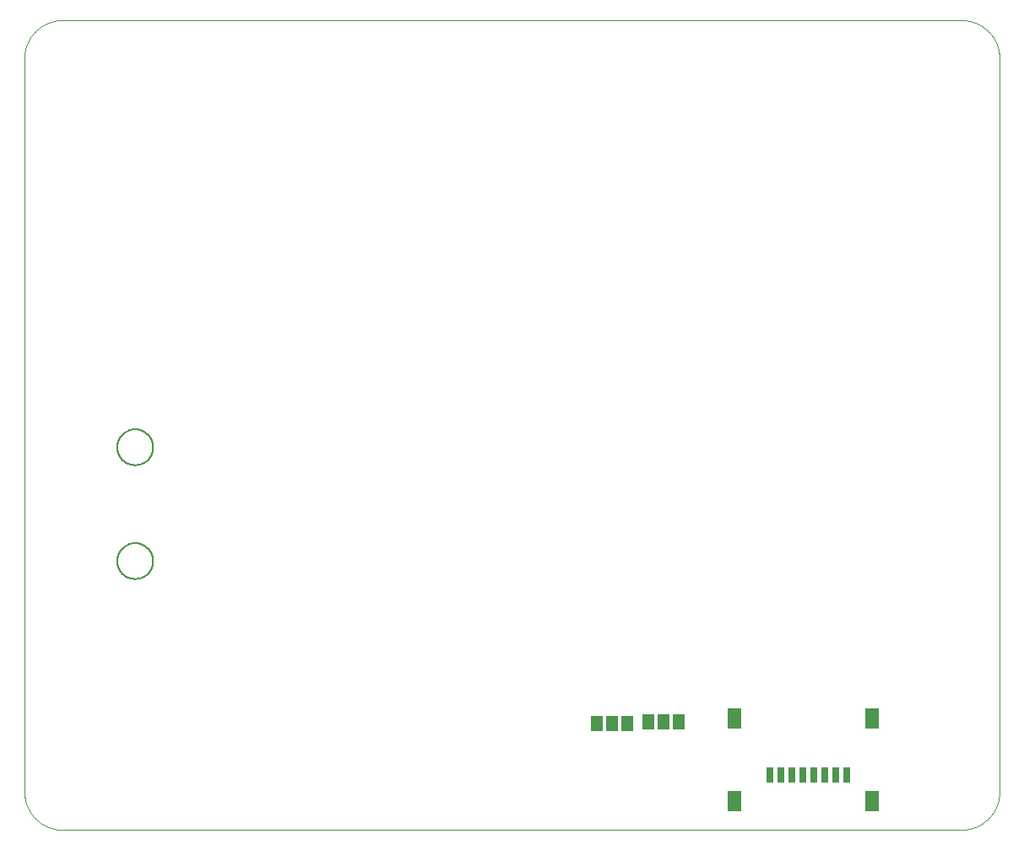
<source format=gbp>
G75*
%MOIN*%
%OFA0B0*%
%FSLAX25Y25*%
%IPPOS*%
%LPD*%
%AMOC8*
5,1,8,0,0,1.08239X$1,22.5*
%
%ADD10C,0.00000*%
%ADD11R,0.03150X0.05906*%
%ADD12R,0.05709X0.07874*%
%ADD13R,0.04600X0.06300*%
%ADD14C,0.00500*%
D10*
X0017225Y0002026D02*
X0372225Y0002026D01*
X0372587Y0002030D01*
X0372950Y0002044D01*
X0373312Y0002065D01*
X0373673Y0002096D01*
X0374033Y0002135D01*
X0374392Y0002183D01*
X0374750Y0002240D01*
X0375107Y0002305D01*
X0375462Y0002379D01*
X0375815Y0002462D01*
X0376166Y0002553D01*
X0376514Y0002652D01*
X0376860Y0002760D01*
X0377204Y0002876D01*
X0377544Y0003001D01*
X0377881Y0003133D01*
X0378215Y0003274D01*
X0378546Y0003423D01*
X0378873Y0003580D01*
X0379196Y0003744D01*
X0379515Y0003916D01*
X0379829Y0004096D01*
X0380140Y0004284D01*
X0380445Y0004479D01*
X0380746Y0004681D01*
X0381042Y0004891D01*
X0381332Y0005107D01*
X0381618Y0005331D01*
X0381898Y0005561D01*
X0382172Y0005798D01*
X0382440Y0006042D01*
X0382703Y0006292D01*
X0382959Y0006548D01*
X0383209Y0006811D01*
X0383453Y0007079D01*
X0383690Y0007353D01*
X0383920Y0007633D01*
X0384144Y0007919D01*
X0384360Y0008209D01*
X0384570Y0008505D01*
X0384772Y0008806D01*
X0384967Y0009111D01*
X0385155Y0009422D01*
X0385335Y0009736D01*
X0385507Y0010055D01*
X0385671Y0010378D01*
X0385828Y0010705D01*
X0385977Y0011036D01*
X0386118Y0011370D01*
X0386250Y0011707D01*
X0386375Y0012047D01*
X0386491Y0012391D01*
X0386599Y0012737D01*
X0386698Y0013085D01*
X0386789Y0013436D01*
X0386872Y0013789D01*
X0386946Y0014144D01*
X0387011Y0014501D01*
X0387068Y0014859D01*
X0387116Y0015218D01*
X0387155Y0015578D01*
X0387186Y0015939D01*
X0387207Y0016301D01*
X0387221Y0016664D01*
X0387225Y0017026D01*
X0387225Y0307026D01*
X0387221Y0307388D01*
X0387207Y0307751D01*
X0387186Y0308113D01*
X0387155Y0308474D01*
X0387116Y0308834D01*
X0387068Y0309193D01*
X0387011Y0309551D01*
X0386946Y0309908D01*
X0386872Y0310263D01*
X0386789Y0310616D01*
X0386698Y0310967D01*
X0386599Y0311315D01*
X0386491Y0311661D01*
X0386375Y0312005D01*
X0386250Y0312345D01*
X0386118Y0312682D01*
X0385977Y0313016D01*
X0385828Y0313347D01*
X0385671Y0313674D01*
X0385507Y0313997D01*
X0385335Y0314316D01*
X0385155Y0314630D01*
X0384967Y0314941D01*
X0384772Y0315246D01*
X0384570Y0315547D01*
X0384360Y0315843D01*
X0384144Y0316133D01*
X0383920Y0316419D01*
X0383690Y0316699D01*
X0383453Y0316973D01*
X0383209Y0317241D01*
X0382959Y0317504D01*
X0382703Y0317760D01*
X0382440Y0318010D01*
X0382172Y0318254D01*
X0381898Y0318491D01*
X0381618Y0318721D01*
X0381332Y0318945D01*
X0381042Y0319161D01*
X0380746Y0319371D01*
X0380445Y0319573D01*
X0380140Y0319768D01*
X0379829Y0319956D01*
X0379515Y0320136D01*
X0379196Y0320308D01*
X0378873Y0320472D01*
X0378546Y0320629D01*
X0378215Y0320778D01*
X0377881Y0320919D01*
X0377544Y0321051D01*
X0377204Y0321176D01*
X0376860Y0321292D01*
X0376514Y0321400D01*
X0376166Y0321499D01*
X0375815Y0321590D01*
X0375462Y0321673D01*
X0375107Y0321747D01*
X0374750Y0321812D01*
X0374392Y0321869D01*
X0374033Y0321917D01*
X0373673Y0321956D01*
X0373312Y0321987D01*
X0372950Y0322008D01*
X0372587Y0322022D01*
X0372225Y0322026D01*
X0017225Y0322026D01*
X0016863Y0322022D01*
X0016500Y0322008D01*
X0016138Y0321987D01*
X0015777Y0321956D01*
X0015417Y0321917D01*
X0015058Y0321869D01*
X0014700Y0321812D01*
X0014343Y0321747D01*
X0013988Y0321673D01*
X0013635Y0321590D01*
X0013284Y0321499D01*
X0012936Y0321400D01*
X0012590Y0321292D01*
X0012246Y0321176D01*
X0011906Y0321051D01*
X0011569Y0320919D01*
X0011235Y0320778D01*
X0010904Y0320629D01*
X0010577Y0320472D01*
X0010254Y0320308D01*
X0009935Y0320136D01*
X0009621Y0319956D01*
X0009310Y0319768D01*
X0009005Y0319573D01*
X0008704Y0319371D01*
X0008408Y0319161D01*
X0008118Y0318945D01*
X0007832Y0318721D01*
X0007552Y0318491D01*
X0007278Y0318254D01*
X0007010Y0318010D01*
X0006747Y0317760D01*
X0006491Y0317504D01*
X0006241Y0317241D01*
X0005997Y0316973D01*
X0005760Y0316699D01*
X0005530Y0316419D01*
X0005306Y0316133D01*
X0005090Y0315843D01*
X0004880Y0315547D01*
X0004678Y0315246D01*
X0004483Y0314941D01*
X0004295Y0314630D01*
X0004115Y0314316D01*
X0003943Y0313997D01*
X0003779Y0313674D01*
X0003622Y0313347D01*
X0003473Y0313016D01*
X0003332Y0312682D01*
X0003200Y0312345D01*
X0003075Y0312005D01*
X0002959Y0311661D01*
X0002851Y0311315D01*
X0002752Y0310967D01*
X0002661Y0310616D01*
X0002578Y0310263D01*
X0002504Y0309908D01*
X0002439Y0309551D01*
X0002382Y0309193D01*
X0002334Y0308834D01*
X0002295Y0308474D01*
X0002264Y0308113D01*
X0002243Y0307751D01*
X0002229Y0307388D01*
X0002225Y0307026D01*
X0002225Y0017026D01*
X0002229Y0016664D01*
X0002243Y0016301D01*
X0002264Y0015939D01*
X0002295Y0015578D01*
X0002334Y0015218D01*
X0002382Y0014859D01*
X0002439Y0014501D01*
X0002504Y0014144D01*
X0002578Y0013789D01*
X0002661Y0013436D01*
X0002752Y0013085D01*
X0002851Y0012737D01*
X0002959Y0012391D01*
X0003075Y0012047D01*
X0003200Y0011707D01*
X0003332Y0011370D01*
X0003473Y0011036D01*
X0003622Y0010705D01*
X0003779Y0010378D01*
X0003943Y0010055D01*
X0004115Y0009736D01*
X0004295Y0009422D01*
X0004483Y0009111D01*
X0004678Y0008806D01*
X0004880Y0008505D01*
X0005090Y0008209D01*
X0005306Y0007919D01*
X0005530Y0007633D01*
X0005760Y0007353D01*
X0005997Y0007079D01*
X0006241Y0006811D01*
X0006491Y0006548D01*
X0006747Y0006292D01*
X0007010Y0006042D01*
X0007278Y0005798D01*
X0007552Y0005561D01*
X0007832Y0005331D01*
X0008118Y0005107D01*
X0008408Y0004891D01*
X0008704Y0004681D01*
X0009005Y0004479D01*
X0009310Y0004284D01*
X0009621Y0004096D01*
X0009935Y0003916D01*
X0010254Y0003744D01*
X0010577Y0003580D01*
X0010904Y0003423D01*
X0011235Y0003274D01*
X0011569Y0003133D01*
X0011906Y0003001D01*
X0012246Y0002876D01*
X0012590Y0002760D01*
X0012936Y0002652D01*
X0013284Y0002553D01*
X0013635Y0002462D01*
X0013988Y0002379D01*
X0014343Y0002305D01*
X0014700Y0002240D01*
X0015058Y0002183D01*
X0015417Y0002135D01*
X0015777Y0002096D01*
X0016138Y0002065D01*
X0016500Y0002044D01*
X0016863Y0002030D01*
X0017225Y0002026D01*
D11*
X0296736Y0023538D03*
X0301066Y0023538D03*
X0305397Y0023538D03*
X0309728Y0023538D03*
X0314058Y0023538D03*
X0318389Y0023538D03*
X0322720Y0023538D03*
X0327051Y0023538D03*
D12*
X0336795Y0013302D03*
X0336795Y0045979D03*
X0282661Y0045979D03*
X0282661Y0013302D03*
D13*
X0260561Y0044671D03*
X0254561Y0044671D03*
X0248561Y0044671D03*
X0240334Y0043888D03*
X0234334Y0043888D03*
X0228334Y0043888D03*
D14*
X0038878Y0108266D02*
X0038880Y0108440D01*
X0038887Y0108614D01*
X0038897Y0108787D01*
X0038912Y0108961D01*
X0038931Y0109134D01*
X0038955Y0109306D01*
X0038982Y0109478D01*
X0039014Y0109649D01*
X0039050Y0109819D01*
X0039090Y0109988D01*
X0039135Y0110156D01*
X0039183Y0110323D01*
X0039236Y0110489D01*
X0039292Y0110654D01*
X0039353Y0110817D01*
X0039417Y0110978D01*
X0039486Y0111138D01*
X0039558Y0111296D01*
X0039635Y0111452D01*
X0039715Y0111607D01*
X0039799Y0111759D01*
X0039886Y0111909D01*
X0039978Y0112058D01*
X0040072Y0112203D01*
X0040171Y0112347D01*
X0040273Y0112488D01*
X0040378Y0112626D01*
X0040487Y0112762D01*
X0040599Y0112895D01*
X0040714Y0113025D01*
X0040832Y0113153D01*
X0040954Y0113277D01*
X0041078Y0113399D01*
X0041206Y0113517D01*
X0041336Y0113632D01*
X0041469Y0113744D01*
X0041605Y0113853D01*
X0041743Y0113958D01*
X0041884Y0114060D01*
X0042028Y0114159D01*
X0042173Y0114253D01*
X0042322Y0114345D01*
X0042472Y0114432D01*
X0042624Y0114516D01*
X0042779Y0114596D01*
X0042935Y0114673D01*
X0043093Y0114745D01*
X0043253Y0114814D01*
X0043414Y0114878D01*
X0043577Y0114939D01*
X0043742Y0114995D01*
X0043908Y0115048D01*
X0044075Y0115096D01*
X0044243Y0115141D01*
X0044412Y0115181D01*
X0044582Y0115217D01*
X0044753Y0115249D01*
X0044925Y0115276D01*
X0045097Y0115300D01*
X0045270Y0115319D01*
X0045444Y0115334D01*
X0045617Y0115344D01*
X0045791Y0115351D01*
X0045965Y0115353D01*
X0046139Y0115351D01*
X0046313Y0115344D01*
X0046486Y0115334D01*
X0046660Y0115319D01*
X0046833Y0115300D01*
X0047005Y0115276D01*
X0047177Y0115249D01*
X0047348Y0115217D01*
X0047518Y0115181D01*
X0047687Y0115141D01*
X0047855Y0115096D01*
X0048022Y0115048D01*
X0048188Y0114995D01*
X0048353Y0114939D01*
X0048516Y0114878D01*
X0048677Y0114814D01*
X0048837Y0114745D01*
X0048995Y0114673D01*
X0049151Y0114596D01*
X0049306Y0114516D01*
X0049458Y0114432D01*
X0049608Y0114345D01*
X0049757Y0114253D01*
X0049902Y0114159D01*
X0050046Y0114060D01*
X0050187Y0113958D01*
X0050325Y0113853D01*
X0050461Y0113744D01*
X0050594Y0113632D01*
X0050724Y0113517D01*
X0050852Y0113399D01*
X0050976Y0113277D01*
X0051098Y0113153D01*
X0051216Y0113025D01*
X0051331Y0112895D01*
X0051443Y0112762D01*
X0051552Y0112626D01*
X0051657Y0112488D01*
X0051759Y0112347D01*
X0051858Y0112203D01*
X0051952Y0112058D01*
X0052044Y0111909D01*
X0052131Y0111759D01*
X0052215Y0111607D01*
X0052295Y0111452D01*
X0052372Y0111296D01*
X0052444Y0111138D01*
X0052513Y0110978D01*
X0052577Y0110817D01*
X0052638Y0110654D01*
X0052694Y0110489D01*
X0052747Y0110323D01*
X0052795Y0110156D01*
X0052840Y0109988D01*
X0052880Y0109819D01*
X0052916Y0109649D01*
X0052948Y0109478D01*
X0052975Y0109306D01*
X0052999Y0109134D01*
X0053018Y0108961D01*
X0053033Y0108787D01*
X0053043Y0108614D01*
X0053050Y0108440D01*
X0053052Y0108266D01*
X0053050Y0108092D01*
X0053043Y0107918D01*
X0053033Y0107745D01*
X0053018Y0107571D01*
X0052999Y0107398D01*
X0052975Y0107226D01*
X0052948Y0107054D01*
X0052916Y0106883D01*
X0052880Y0106713D01*
X0052840Y0106544D01*
X0052795Y0106376D01*
X0052747Y0106209D01*
X0052694Y0106043D01*
X0052638Y0105878D01*
X0052577Y0105715D01*
X0052513Y0105554D01*
X0052444Y0105394D01*
X0052372Y0105236D01*
X0052295Y0105080D01*
X0052215Y0104925D01*
X0052131Y0104773D01*
X0052044Y0104623D01*
X0051952Y0104474D01*
X0051858Y0104329D01*
X0051759Y0104185D01*
X0051657Y0104044D01*
X0051552Y0103906D01*
X0051443Y0103770D01*
X0051331Y0103637D01*
X0051216Y0103507D01*
X0051098Y0103379D01*
X0050976Y0103255D01*
X0050852Y0103133D01*
X0050724Y0103015D01*
X0050594Y0102900D01*
X0050461Y0102788D01*
X0050325Y0102679D01*
X0050187Y0102574D01*
X0050046Y0102472D01*
X0049902Y0102373D01*
X0049757Y0102279D01*
X0049608Y0102187D01*
X0049458Y0102100D01*
X0049306Y0102016D01*
X0049151Y0101936D01*
X0048995Y0101859D01*
X0048837Y0101787D01*
X0048677Y0101718D01*
X0048516Y0101654D01*
X0048353Y0101593D01*
X0048188Y0101537D01*
X0048022Y0101484D01*
X0047855Y0101436D01*
X0047687Y0101391D01*
X0047518Y0101351D01*
X0047348Y0101315D01*
X0047177Y0101283D01*
X0047005Y0101256D01*
X0046833Y0101232D01*
X0046660Y0101213D01*
X0046486Y0101198D01*
X0046313Y0101188D01*
X0046139Y0101181D01*
X0045965Y0101179D01*
X0045791Y0101181D01*
X0045617Y0101188D01*
X0045444Y0101198D01*
X0045270Y0101213D01*
X0045097Y0101232D01*
X0044925Y0101256D01*
X0044753Y0101283D01*
X0044582Y0101315D01*
X0044412Y0101351D01*
X0044243Y0101391D01*
X0044075Y0101436D01*
X0043908Y0101484D01*
X0043742Y0101537D01*
X0043577Y0101593D01*
X0043414Y0101654D01*
X0043253Y0101718D01*
X0043093Y0101787D01*
X0042935Y0101859D01*
X0042779Y0101936D01*
X0042624Y0102016D01*
X0042472Y0102100D01*
X0042322Y0102187D01*
X0042173Y0102279D01*
X0042028Y0102373D01*
X0041884Y0102472D01*
X0041743Y0102574D01*
X0041605Y0102679D01*
X0041469Y0102788D01*
X0041336Y0102900D01*
X0041206Y0103015D01*
X0041078Y0103133D01*
X0040954Y0103255D01*
X0040832Y0103379D01*
X0040714Y0103507D01*
X0040599Y0103637D01*
X0040487Y0103770D01*
X0040378Y0103906D01*
X0040273Y0104044D01*
X0040171Y0104185D01*
X0040072Y0104329D01*
X0039978Y0104474D01*
X0039886Y0104623D01*
X0039799Y0104773D01*
X0039715Y0104925D01*
X0039635Y0105080D01*
X0039558Y0105236D01*
X0039486Y0105394D01*
X0039417Y0105554D01*
X0039353Y0105715D01*
X0039292Y0105878D01*
X0039236Y0106043D01*
X0039183Y0106209D01*
X0039135Y0106376D01*
X0039090Y0106544D01*
X0039050Y0106713D01*
X0039014Y0106883D01*
X0038982Y0107054D01*
X0038955Y0107226D01*
X0038931Y0107398D01*
X0038912Y0107571D01*
X0038897Y0107745D01*
X0038887Y0107918D01*
X0038880Y0108092D01*
X0038878Y0108266D01*
X0038878Y0153266D02*
X0038880Y0153440D01*
X0038887Y0153614D01*
X0038897Y0153787D01*
X0038912Y0153961D01*
X0038931Y0154134D01*
X0038955Y0154306D01*
X0038982Y0154478D01*
X0039014Y0154649D01*
X0039050Y0154819D01*
X0039090Y0154988D01*
X0039135Y0155156D01*
X0039183Y0155323D01*
X0039236Y0155489D01*
X0039292Y0155654D01*
X0039353Y0155817D01*
X0039417Y0155978D01*
X0039486Y0156138D01*
X0039558Y0156296D01*
X0039635Y0156452D01*
X0039715Y0156607D01*
X0039799Y0156759D01*
X0039886Y0156909D01*
X0039978Y0157058D01*
X0040072Y0157203D01*
X0040171Y0157347D01*
X0040273Y0157488D01*
X0040378Y0157626D01*
X0040487Y0157762D01*
X0040599Y0157895D01*
X0040714Y0158025D01*
X0040832Y0158153D01*
X0040954Y0158277D01*
X0041078Y0158399D01*
X0041206Y0158517D01*
X0041336Y0158632D01*
X0041469Y0158744D01*
X0041605Y0158853D01*
X0041743Y0158958D01*
X0041884Y0159060D01*
X0042028Y0159159D01*
X0042173Y0159253D01*
X0042322Y0159345D01*
X0042472Y0159432D01*
X0042624Y0159516D01*
X0042779Y0159596D01*
X0042935Y0159673D01*
X0043093Y0159745D01*
X0043253Y0159814D01*
X0043414Y0159878D01*
X0043577Y0159939D01*
X0043742Y0159995D01*
X0043908Y0160048D01*
X0044075Y0160096D01*
X0044243Y0160141D01*
X0044412Y0160181D01*
X0044582Y0160217D01*
X0044753Y0160249D01*
X0044925Y0160276D01*
X0045097Y0160300D01*
X0045270Y0160319D01*
X0045444Y0160334D01*
X0045617Y0160344D01*
X0045791Y0160351D01*
X0045965Y0160353D01*
X0046139Y0160351D01*
X0046313Y0160344D01*
X0046486Y0160334D01*
X0046660Y0160319D01*
X0046833Y0160300D01*
X0047005Y0160276D01*
X0047177Y0160249D01*
X0047348Y0160217D01*
X0047518Y0160181D01*
X0047687Y0160141D01*
X0047855Y0160096D01*
X0048022Y0160048D01*
X0048188Y0159995D01*
X0048353Y0159939D01*
X0048516Y0159878D01*
X0048677Y0159814D01*
X0048837Y0159745D01*
X0048995Y0159673D01*
X0049151Y0159596D01*
X0049306Y0159516D01*
X0049458Y0159432D01*
X0049608Y0159345D01*
X0049757Y0159253D01*
X0049902Y0159159D01*
X0050046Y0159060D01*
X0050187Y0158958D01*
X0050325Y0158853D01*
X0050461Y0158744D01*
X0050594Y0158632D01*
X0050724Y0158517D01*
X0050852Y0158399D01*
X0050976Y0158277D01*
X0051098Y0158153D01*
X0051216Y0158025D01*
X0051331Y0157895D01*
X0051443Y0157762D01*
X0051552Y0157626D01*
X0051657Y0157488D01*
X0051759Y0157347D01*
X0051858Y0157203D01*
X0051952Y0157058D01*
X0052044Y0156909D01*
X0052131Y0156759D01*
X0052215Y0156607D01*
X0052295Y0156452D01*
X0052372Y0156296D01*
X0052444Y0156138D01*
X0052513Y0155978D01*
X0052577Y0155817D01*
X0052638Y0155654D01*
X0052694Y0155489D01*
X0052747Y0155323D01*
X0052795Y0155156D01*
X0052840Y0154988D01*
X0052880Y0154819D01*
X0052916Y0154649D01*
X0052948Y0154478D01*
X0052975Y0154306D01*
X0052999Y0154134D01*
X0053018Y0153961D01*
X0053033Y0153787D01*
X0053043Y0153614D01*
X0053050Y0153440D01*
X0053052Y0153266D01*
X0053050Y0153092D01*
X0053043Y0152918D01*
X0053033Y0152745D01*
X0053018Y0152571D01*
X0052999Y0152398D01*
X0052975Y0152226D01*
X0052948Y0152054D01*
X0052916Y0151883D01*
X0052880Y0151713D01*
X0052840Y0151544D01*
X0052795Y0151376D01*
X0052747Y0151209D01*
X0052694Y0151043D01*
X0052638Y0150878D01*
X0052577Y0150715D01*
X0052513Y0150554D01*
X0052444Y0150394D01*
X0052372Y0150236D01*
X0052295Y0150080D01*
X0052215Y0149925D01*
X0052131Y0149773D01*
X0052044Y0149623D01*
X0051952Y0149474D01*
X0051858Y0149329D01*
X0051759Y0149185D01*
X0051657Y0149044D01*
X0051552Y0148906D01*
X0051443Y0148770D01*
X0051331Y0148637D01*
X0051216Y0148507D01*
X0051098Y0148379D01*
X0050976Y0148255D01*
X0050852Y0148133D01*
X0050724Y0148015D01*
X0050594Y0147900D01*
X0050461Y0147788D01*
X0050325Y0147679D01*
X0050187Y0147574D01*
X0050046Y0147472D01*
X0049902Y0147373D01*
X0049757Y0147279D01*
X0049608Y0147187D01*
X0049458Y0147100D01*
X0049306Y0147016D01*
X0049151Y0146936D01*
X0048995Y0146859D01*
X0048837Y0146787D01*
X0048677Y0146718D01*
X0048516Y0146654D01*
X0048353Y0146593D01*
X0048188Y0146537D01*
X0048022Y0146484D01*
X0047855Y0146436D01*
X0047687Y0146391D01*
X0047518Y0146351D01*
X0047348Y0146315D01*
X0047177Y0146283D01*
X0047005Y0146256D01*
X0046833Y0146232D01*
X0046660Y0146213D01*
X0046486Y0146198D01*
X0046313Y0146188D01*
X0046139Y0146181D01*
X0045965Y0146179D01*
X0045791Y0146181D01*
X0045617Y0146188D01*
X0045444Y0146198D01*
X0045270Y0146213D01*
X0045097Y0146232D01*
X0044925Y0146256D01*
X0044753Y0146283D01*
X0044582Y0146315D01*
X0044412Y0146351D01*
X0044243Y0146391D01*
X0044075Y0146436D01*
X0043908Y0146484D01*
X0043742Y0146537D01*
X0043577Y0146593D01*
X0043414Y0146654D01*
X0043253Y0146718D01*
X0043093Y0146787D01*
X0042935Y0146859D01*
X0042779Y0146936D01*
X0042624Y0147016D01*
X0042472Y0147100D01*
X0042322Y0147187D01*
X0042173Y0147279D01*
X0042028Y0147373D01*
X0041884Y0147472D01*
X0041743Y0147574D01*
X0041605Y0147679D01*
X0041469Y0147788D01*
X0041336Y0147900D01*
X0041206Y0148015D01*
X0041078Y0148133D01*
X0040954Y0148255D01*
X0040832Y0148379D01*
X0040714Y0148507D01*
X0040599Y0148637D01*
X0040487Y0148770D01*
X0040378Y0148906D01*
X0040273Y0149044D01*
X0040171Y0149185D01*
X0040072Y0149329D01*
X0039978Y0149474D01*
X0039886Y0149623D01*
X0039799Y0149773D01*
X0039715Y0149925D01*
X0039635Y0150080D01*
X0039558Y0150236D01*
X0039486Y0150394D01*
X0039417Y0150554D01*
X0039353Y0150715D01*
X0039292Y0150878D01*
X0039236Y0151043D01*
X0039183Y0151209D01*
X0039135Y0151376D01*
X0039090Y0151544D01*
X0039050Y0151713D01*
X0039014Y0151883D01*
X0038982Y0152054D01*
X0038955Y0152226D01*
X0038931Y0152398D01*
X0038912Y0152571D01*
X0038897Y0152745D01*
X0038887Y0152918D01*
X0038880Y0153092D01*
X0038878Y0153266D01*
M02*

</source>
